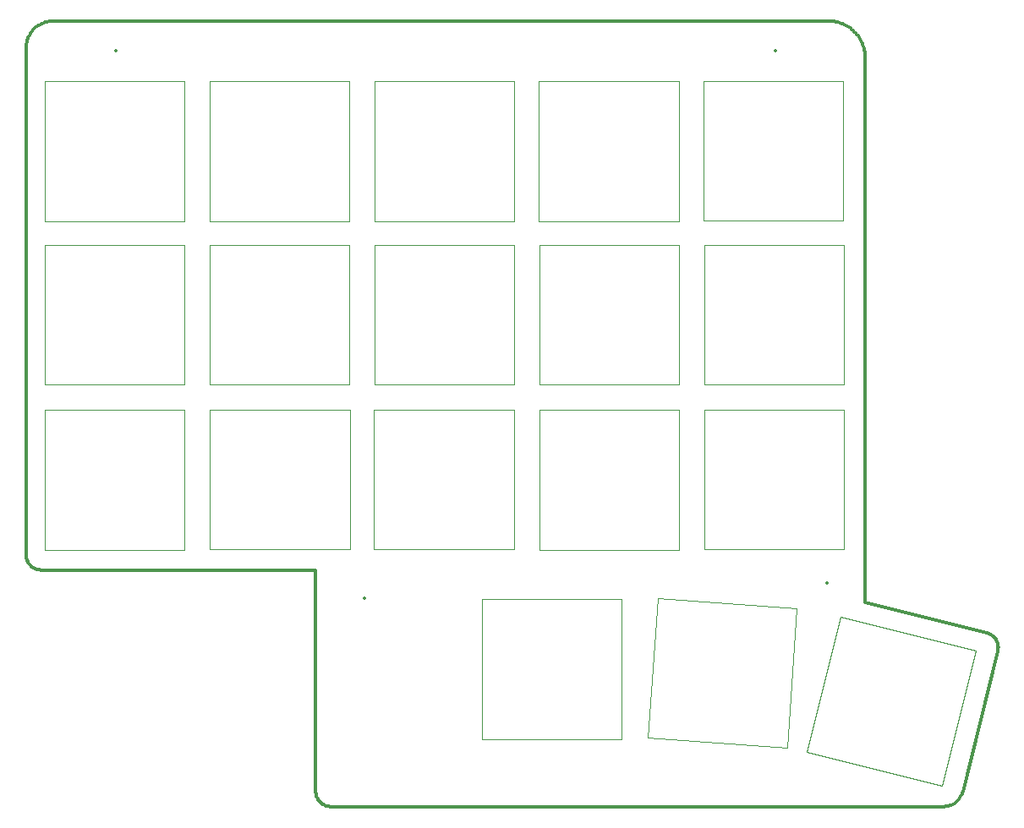
<source format=gtl>
%TF.GenerationSoftware,KiCad,Pcbnew,(6.0.6)*%
%TF.CreationDate,2022-09-02T08:17:43+09:00*%
%TF.ProjectId,split-mini-top-plate,73706c69-742d-46d6-996e-692d746f702d,rev?*%
%TF.SameCoordinates,Original*%
%TF.FileFunction,Copper,L1,Top*%
%TF.FilePolarity,Positive*%
%FSLAX46Y46*%
G04 Gerber Fmt 4.6, Leading zero omitted, Abs format (unit mm)*
G04 Created by KiCad (PCBNEW (6.0.6)) date 2022-09-02 08:17:43*
%MOMM*%
%LPD*%
G01*
G04 APERTURE LIST*
%TA.AperFunction,Profile*%
%ADD10C,0.349999*%
%TD*%
%TA.AperFunction,Profile*%
%ADD11C,0.120000*%
%TD*%
%ADD12C,0.350000*%
G04 APERTURE END LIST*
D10*
X96315577Y-17209187D02*
X96150337Y-17145423D01*
X97493515Y-17996216D02*
X97493515Y-17996216D01*
X14561218Y-19625755D02*
X14561218Y-70426453D01*
X44839713Y-95620014D02*
X44912961Y-95629112D01*
X44110580Y-95296756D02*
X44168808Y-95342117D01*
X110830040Y-78255420D02*
X110755615Y-78234853D01*
X14592199Y-19216273D02*
X14575100Y-19350838D01*
X94926117Y-16932858D02*
X94926117Y-16932858D01*
X43626056Y-94572707D02*
X43649054Y-94642214D01*
X98517185Y-20027407D02*
X98486565Y-19851925D01*
X45061218Y-95636452D02*
X45061218Y-95636452D01*
X111107928Y-78371361D02*
X111041565Y-78337553D01*
X15839713Y-71910015D02*
X15912961Y-71919113D01*
X111891750Y-79752469D02*
X111893054Y-79678002D01*
X16975085Y-16950732D02*
X16840521Y-16967837D01*
X16084293Y-17202035D02*
X15968358Y-17261419D01*
X44767215Y-95607364D02*
X44839713Y-95620014D01*
X43774010Y-94906590D02*
X43813236Y-94968655D01*
X95637763Y-17003241D02*
X95462280Y-16972628D01*
X15175199Y-17915400D02*
X15095378Y-18016978D01*
X111875057Y-79458125D02*
X111861984Y-79386388D01*
X14774010Y-71196590D02*
X14813236Y-71258655D01*
X14606457Y-70792079D02*
X14626056Y-70862706D01*
X15555456Y-71838618D02*
X15624964Y-71861616D01*
X44291081Y-95423661D02*
X44354881Y-95459743D01*
X111776153Y-79110262D02*
X111746653Y-79044507D01*
X111507393Y-78686304D02*
X111457780Y-78633724D01*
X108316808Y-94209137D02*
X108339218Y-94126755D01*
X44420292Y-95492630D02*
X44487191Y-95522272D01*
X15855760Y-17326166D02*
X15746668Y-17396109D01*
X43855554Y-95028863D02*
X43900914Y-95087091D01*
X96940510Y-17542809D02*
X96790276Y-17447865D01*
X107871687Y-94994278D02*
X107977185Y-94870000D01*
X14564717Y-19487389D02*
X14561218Y-19625755D01*
X17250000Y-16936836D02*
X17111634Y-16940342D01*
X15110580Y-71586757D02*
X15168808Y-71632118D01*
X106825126Y-95592214D02*
X106905783Y-95573145D01*
X14561218Y-19625755D02*
X14561218Y-19625755D01*
X96477511Y-17280931D02*
X96315577Y-17209187D01*
X98556976Y-75193375D02*
X98556976Y-75193375D01*
X44000557Y-95197114D02*
X44054455Y-95248405D01*
X15054455Y-71538406D02*
X15110580Y-71586757D01*
X107756725Y-95109209D02*
X107871687Y-94994278D01*
X98400031Y-19507603D02*
X98344363Y-19339358D01*
X44986837Y-95634609D02*
X45061218Y-95636452D01*
X111293622Y-78490475D02*
X111234026Y-78447936D01*
X15348737Y-17724451D02*
X15259708Y-17817835D01*
X97844510Y-18403468D02*
X97734710Y-18262527D01*
X43606457Y-94502080D02*
X43626056Y-94572707D01*
X43561218Y-94136452D02*
X43561218Y-94136452D01*
X14900914Y-71377091D02*
X14949266Y-71433216D01*
X97086248Y-17645239D02*
X96940510Y-17542809D01*
X111350826Y-78535695D02*
X111293622Y-78490475D01*
X43590307Y-94430456D02*
X43606457Y-94502080D01*
X44168808Y-95342117D02*
X44229016Y-95384435D01*
X94926117Y-16932858D02*
X17250000Y-16936836D01*
X15986837Y-71924610D02*
X16061218Y-71926453D01*
X97363049Y-17872066D02*
X97227194Y-17755032D01*
X111405568Y-78583483D02*
X111350826Y-78535695D01*
X95284979Y-16950611D02*
X95106159Y-16937313D01*
X97946946Y-18549202D02*
X97844510Y-18403468D01*
X98552514Y-20383524D02*
X98539209Y-20204706D01*
X97493515Y-17996216D02*
X97363049Y-17872066D01*
X14575100Y-19350838D02*
X14564717Y-19487389D01*
X98556976Y-20563565D02*
X98552514Y-20383524D01*
X14826358Y-18460034D02*
X14772513Y-18579140D01*
X111884639Y-79530716D02*
X111875057Y-79458125D01*
X43813236Y-94968655D02*
X43855554Y-95028863D01*
X98539209Y-20204706D02*
X98517185Y-20027407D01*
X15539677Y-17550904D02*
X15442116Y-17635418D01*
X111746653Y-79044507D02*
X111714074Y-78980292D01*
X43675399Y-94710479D02*
X43705041Y-94777379D01*
X107361763Y-95392678D02*
X107501091Y-95308934D01*
X44000557Y-95197114D02*
X44000557Y-95197114D01*
X14590307Y-70720455D02*
X14606457Y-70792079D01*
X108339218Y-94126755D02*
X111848190Y-80053162D01*
X108291110Y-94289903D02*
X108316808Y-94209137D01*
X14675399Y-71000479D02*
X14705041Y-71067379D01*
X108195119Y-94521852D02*
X108230181Y-94446326D01*
X14724371Y-18701245D02*
X14682099Y-18826179D01*
X111886680Y-79827333D02*
X111891750Y-79752469D01*
X14682099Y-18826179D02*
X14645867Y-18953775D01*
X15641251Y-17471078D02*
X15539677Y-17550904D01*
X98556976Y-75193375D02*
X98556976Y-20563565D01*
X98447473Y-19678557D02*
X98400031Y-19507603D01*
X15624964Y-71861616D02*
X15695591Y-71881215D01*
X14626056Y-70862706D02*
X14649054Y-70932214D01*
X111598549Y-78798025D02*
X111554339Y-78741109D01*
X106905783Y-95573145D02*
X107063437Y-95525308D01*
X111554339Y-78741109D02*
X111507393Y-78686304D01*
X44624964Y-95571615D02*
X44695591Y-95591214D01*
X15020415Y-18122399D02*
X14950478Y-18231494D01*
X97227194Y-17755032D02*
X97086248Y-17645239D01*
X15000557Y-71487115D02*
X15054455Y-71538406D01*
X110755615Y-78234853D02*
X98556976Y-75193375D01*
X14615844Y-19083863D02*
X14592199Y-19216273D01*
X110973084Y-78306884D02*
X110902552Y-78279468D01*
X111457780Y-78633724D02*
X111405568Y-78583483D01*
X107977185Y-94870000D02*
X108072547Y-94736899D01*
X107632969Y-95214269D02*
X107756725Y-95109209D01*
X43568558Y-94284710D02*
X43577657Y-94357958D01*
X98208842Y-19012189D02*
X98129235Y-18853861D01*
X111877776Y-79902479D02*
X111886680Y-79827333D01*
X108262206Y-94368988D02*
X108291110Y-94289903D01*
X16325499Y-17100036D02*
X16203397Y-17148184D01*
X15000557Y-71487115D02*
X15000557Y-71487115D01*
X43949266Y-95143215D02*
X44000557Y-95197114D01*
X98556976Y-20563565D02*
X98556976Y-20563565D01*
X96150337Y-17145423D02*
X95982090Y-17089762D01*
X111861984Y-79386388D02*
X111845488Y-79315619D01*
X15229016Y-71674436D02*
X15291081Y-71713662D01*
X98344363Y-19339358D02*
X98280592Y-19174121D01*
X108230181Y-94446326D02*
X108262206Y-94368988D01*
X14737928Y-71132790D02*
X14774010Y-71196590D01*
X108339218Y-94126755D02*
X108339218Y-94126755D01*
X15487191Y-71812273D02*
X15555456Y-71838618D01*
X106406906Y-95636452D02*
X106492262Y-95634638D01*
X111890660Y-79604046D02*
X111884639Y-79530716D01*
X44912961Y-95629112D02*
X44986837Y-95634609D01*
X98280592Y-19174121D02*
X98208842Y-19012189D01*
X16450431Y-17057758D02*
X16325499Y-17100036D01*
X106743362Y-95607964D02*
X106825126Y-95592214D01*
X16061218Y-71926453D02*
X16061218Y-71926453D01*
X44054455Y-95248405D02*
X44110580Y-95296756D01*
X14568558Y-70574710D02*
X14577657Y-70647958D01*
X44229016Y-95384435D02*
X44291081Y-95423661D01*
X108157103Y-94595499D02*
X108195119Y-94521852D01*
X16840521Y-16967837D02*
X16708111Y-16991490D01*
X98486565Y-19851925D02*
X98447473Y-19678557D01*
X14649054Y-70932214D02*
X14675399Y-71000479D01*
X43705041Y-94777379D02*
X43737928Y-94842790D01*
X111893054Y-79678002D02*
X111890660Y-79604046D01*
X14561218Y-70426453D02*
X14563062Y-70500834D01*
X108072547Y-94736899D02*
X108157103Y-94595499D01*
X15695591Y-71881215D02*
X15767215Y-71897365D01*
X44555456Y-95548617D02*
X44624964Y-95571615D01*
X107215654Y-95464977D02*
X107361763Y-95392678D01*
X96790276Y-17447865D02*
X96635844Y-17360532D01*
X15354881Y-71749744D02*
X15420292Y-71782631D01*
X43561218Y-94136452D02*
X43563062Y-94210834D01*
X43649054Y-94642214D02*
X43675399Y-94710479D01*
X15291081Y-71713662D02*
X15354881Y-71749744D01*
X45061218Y-95636452D02*
X106406906Y-95636452D01*
X111639954Y-78856937D02*
X111598549Y-78798025D01*
X97734710Y-18262527D02*
X97617671Y-18126677D01*
X95982090Y-17089762D02*
X95811133Y-17042326D01*
X111848190Y-80053162D02*
X111864969Y-79977794D01*
X17111634Y-16940342D02*
X16975085Y-16950732D01*
X43737928Y-94842790D02*
X43774010Y-94906590D01*
X111802504Y-79177441D02*
X111776153Y-79110262D01*
X95462280Y-16972628D02*
X95284979Y-16950611D01*
X111714074Y-78980292D02*
X111678485Y-78917731D01*
X110755615Y-78234853D02*
X110755615Y-78234853D01*
X111825639Y-79245932D02*
X111802504Y-79177441D01*
X15968358Y-17261419D02*
X15855760Y-17326166D01*
X43577657Y-94357958D02*
X43590307Y-94430456D01*
X95811133Y-17042326D02*
X95637763Y-17003241D01*
X106660574Y-95620328D02*
X106743362Y-95607964D01*
X14855554Y-71318864D02*
X14900914Y-71377091D01*
X14772513Y-18579140D02*
X14724371Y-18701245D01*
X15912961Y-71919113D02*
X15986837Y-71924610D01*
X16203397Y-17148184D02*
X16084293Y-17202035D01*
X111172105Y-78408193D02*
X111107928Y-78371361D01*
X15095378Y-18016978D02*
X15020415Y-18122399D01*
X111848190Y-80053162D02*
X111848190Y-80053162D01*
X111864969Y-79977794D02*
X111877776Y-79902479D01*
X106492262Y-95634638D02*
X106576846Y-95629242D01*
X16061218Y-71926453D02*
X43561218Y-71926453D01*
X14949266Y-71433216D02*
X15000557Y-71487115D01*
X15259708Y-17817835D02*
X15175199Y-17915400D01*
X14813236Y-71258655D02*
X14855554Y-71318864D01*
X107501091Y-95308934D02*
X107632969Y-95214269D01*
X95106159Y-16937313D02*
X94926117Y-16932858D01*
X15767215Y-71897365D02*
X15839713Y-71910015D01*
X107063437Y-95525308D02*
X107215654Y-95464977D01*
X43561218Y-71926453D02*
X43561218Y-94136452D01*
X106576846Y-95629242D02*
X106660574Y-95620328D01*
X16578025Y-17021519D02*
X16450431Y-17057758D01*
X44487191Y-95522272D02*
X44555456Y-95548617D01*
X43900914Y-95087091D02*
X43949266Y-95143215D01*
X14950478Y-18231494D02*
X14885736Y-18344096D01*
X14577657Y-70647958D02*
X14590307Y-70720455D01*
X106406906Y-95636452D02*
X106406906Y-95636452D01*
X15168808Y-71632118D02*
X15229016Y-71674436D01*
X14561218Y-70426453D02*
X14561218Y-70426453D01*
X44354881Y-95459743D02*
X44420292Y-95492630D01*
X14645867Y-18953775D02*
X14615844Y-19083863D01*
X14563062Y-70500834D02*
X14568558Y-70574710D01*
X43561218Y-71926453D02*
X43561218Y-71926453D01*
X111234026Y-78447936D02*
X111172105Y-78408193D01*
X111041565Y-78337553D02*
X110973084Y-78306884D01*
X98041895Y-18699432D02*
X97946946Y-18549202D01*
X44695591Y-95591214D02*
X44767215Y-95607364D01*
X111678485Y-78917731D02*
X111639954Y-78856937D01*
X96635844Y-17360532D02*
X96477511Y-17280931D01*
X111845488Y-79315619D02*
X111825639Y-79245932D01*
X43563062Y-94210834D02*
X43568558Y-94284710D01*
X15420292Y-71782631D02*
X15487191Y-71812273D01*
X16708111Y-16991490D02*
X16578025Y-17021519D01*
X14885736Y-18344096D02*
X14826358Y-18460034D01*
X97617671Y-18126677D02*
X97493515Y-17996216D01*
X15746668Y-17396109D02*
X15641251Y-17471078D01*
X110902552Y-78279468D02*
X110830040Y-78255420D01*
X98129235Y-18853861D02*
X98041895Y-18699432D01*
X15442116Y-17635418D02*
X15348737Y-17724451D01*
X14705041Y-71067379D02*
X14737928Y-71132790D01*
D11*
%TO.C,SW6*%
X16430000Y-39360000D02*
X16430000Y-53360000D01*
X16430000Y-53360000D02*
X30430000Y-53360000D01*
X30430000Y-39360000D02*
X16430000Y-39360000D01*
X30430000Y-53360000D02*
X30430000Y-39360000D01*
%TO.C,SW11*%
X30420000Y-69920000D02*
X30420000Y-55920000D01*
X16420000Y-55920000D02*
X16420000Y-69920000D01*
X16420000Y-69920000D02*
X30420000Y-69920000D01*
X30420000Y-55920000D02*
X16420000Y-55920000D01*
%TO.C,SW9*%
X65960000Y-53370000D02*
X79960000Y-53370000D01*
X79960000Y-39370000D02*
X65960000Y-39370000D01*
X65960000Y-39370000D02*
X65960000Y-53370000D01*
X79960000Y-53370000D02*
X79960000Y-39370000D01*
%TO.C,SW3*%
X63410000Y-22970000D02*
X49410000Y-22970000D01*
X49410000Y-22970000D02*
X49410000Y-36970000D01*
X49410000Y-36970000D02*
X63410000Y-36970000D01*
X63410000Y-36970000D02*
X63410000Y-22970000D01*
%TO.C,SW5*%
X96390000Y-22950000D02*
X82390000Y-22950000D01*
X82390000Y-22950000D02*
X82390000Y-36950000D01*
X96390000Y-36950000D02*
X96390000Y-22950000D01*
X82390000Y-36950000D02*
X96390000Y-36950000D01*
%TO.C,SW15*%
X96470000Y-55880000D02*
X82470000Y-55880000D01*
X96470000Y-69880000D02*
X96470000Y-55880000D01*
X82470000Y-55880000D02*
X82470000Y-69880000D01*
X82470000Y-69880000D02*
X96470000Y-69880000D01*
%TO.C,SW7*%
X46930000Y-53370000D02*
X46930000Y-39370000D01*
X32930000Y-39370000D02*
X32930000Y-53370000D01*
X32930000Y-53370000D02*
X46930000Y-53370000D01*
X46930000Y-39370000D02*
X32930000Y-39370000D01*
%TO.C,SW16*%
X74170000Y-74880000D02*
X60170000Y-74880000D01*
X60170000Y-74880000D02*
X60170000Y-88880000D01*
X74170000Y-88880000D02*
X74170000Y-74880000D01*
X60170000Y-88880000D02*
X74170000Y-88880000D01*
%TO.C,SW18*%
X106288617Y-93585523D02*
X109675523Y-80001383D01*
X109675523Y-80001383D02*
X96091383Y-76614477D01*
X92704477Y-90198617D02*
X106288617Y-93585523D01*
X96091383Y-76614477D02*
X92704477Y-90198617D01*
%TO.C,SW8*%
X63430000Y-39360000D02*
X49430000Y-39360000D01*
X63430000Y-53360000D02*
X63430000Y-39360000D01*
X49430000Y-53360000D02*
X63430000Y-53360000D01*
X49430000Y-39360000D02*
X49430000Y-53360000D01*
%TO.C,SW17*%
X90764653Y-89711244D02*
X91741244Y-75745347D01*
X77775347Y-74768756D02*
X76798756Y-88734653D01*
X91741244Y-75745347D02*
X77775347Y-74768756D01*
X76798756Y-88734653D02*
X90764653Y-89711244D01*
%TO.C,SW10*%
X82460000Y-39380000D02*
X82460000Y-53380000D01*
X96460000Y-53380000D02*
X96460000Y-39380000D01*
X96460000Y-39380000D02*
X82460000Y-39380000D01*
X82460000Y-53380000D02*
X96460000Y-53380000D01*
%TO.C,SW2*%
X46900000Y-36960000D02*
X46900000Y-22960000D01*
X32900000Y-22960000D02*
X32900000Y-36960000D01*
X46900000Y-22960000D02*
X32900000Y-22960000D01*
X32900000Y-36960000D02*
X46900000Y-36960000D01*
%TO.C,SW13*%
X49400000Y-55860000D02*
X49400000Y-69860000D01*
X63400000Y-55860000D02*
X49400000Y-55860000D01*
X63400000Y-69860000D02*
X63400000Y-55860000D01*
X49400000Y-69860000D02*
X63400000Y-69860000D01*
%TO.C,SW12*%
X46970000Y-69890000D02*
X46970000Y-55890000D01*
X32970000Y-69890000D02*
X46970000Y-69890000D01*
X46970000Y-55890000D02*
X32970000Y-55890000D01*
X32970000Y-55890000D02*
X32970000Y-69890000D01*
%TO.C,SW14*%
X65950000Y-69910000D02*
X79950000Y-69910000D01*
X79950000Y-69910000D02*
X79950000Y-55910000D01*
X65950000Y-55910000D02*
X65950000Y-69910000D01*
X79950000Y-55910000D02*
X65950000Y-55910000D01*
%TO.C,SW1*%
X16420000Y-22980000D02*
X16420000Y-36980000D01*
X16420000Y-36980000D02*
X30420000Y-36980000D01*
X30420000Y-36980000D02*
X30420000Y-22980000D01*
X30420000Y-22980000D02*
X16420000Y-22980000D01*
%TO.C,SW4*%
X79890000Y-22980000D02*
X65890000Y-22980000D01*
X65890000Y-22980000D02*
X65890000Y-36980000D01*
X65890000Y-36980000D02*
X79890000Y-36980000D01*
X79890000Y-36980000D02*
X79890000Y-22980000D01*
%TD*%
D12*
X48460000Y-74800000D03*
X23570000Y-19920000D03*
X94740000Y-73210000D03*
X89550000Y-19930000D03*
M02*

</source>
